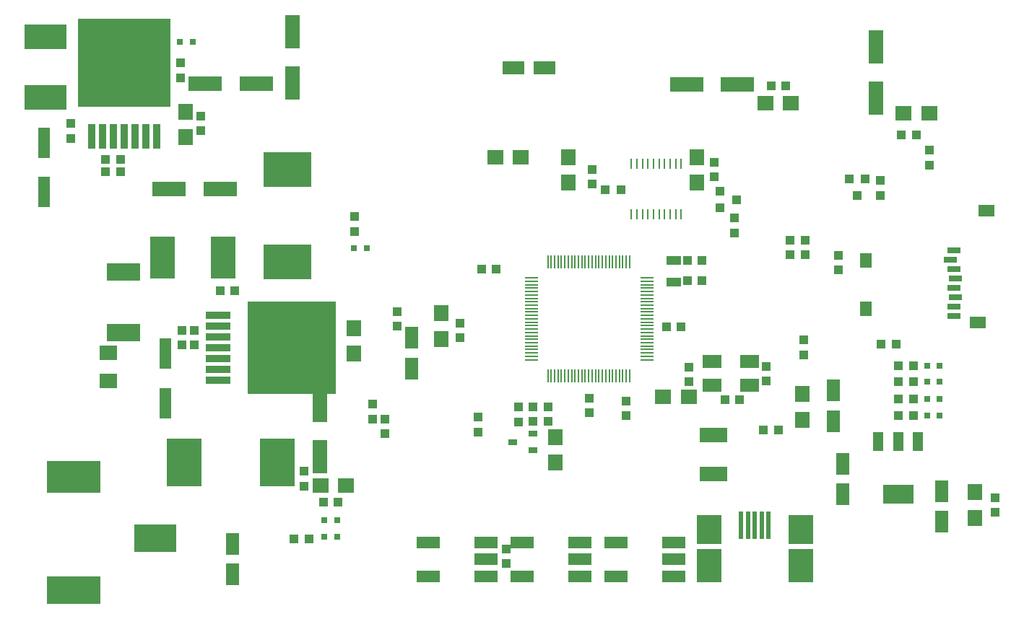
<source format=gtp>
G75*
G70*
%OFA0B0*%
%FSLAX24Y24*%
%IPPOS*%
%LPD*%
%AMOC8*
5,1,8,0,0,1.08239X$1,22.5*
%
%ADD10R,0.0709X0.0394*%
%ADD11R,0.0866X0.0630*%
%ADD12R,0.0315X0.0315*%
%ADD13R,0.0394X0.0394*%
%ADD14R,0.1083X0.0551*%
%ADD15R,0.0591X0.0079*%
%ADD16R,0.0079X0.0591*%
%ADD17R,0.1181X0.0358*%
%ADD18R,0.4098X0.4252*%
%ADD19R,0.0358X0.1181*%
%ADD20R,0.4252X0.4098*%
%ADD21R,0.0433X0.0433*%
%ADD22R,0.0748X0.0709*%
%ADD23R,0.1181X0.1969*%
%ADD24R,0.1969X0.1181*%
%ADD25R,0.0709X0.1575*%
%ADD26R,0.1575X0.0709*%
%ADD27R,0.1969X0.1299*%
%ADD28R,0.2500X0.1500*%
%ADD29R,0.2500X0.1299*%
%ADD30R,0.0709X0.0748*%
%ADD31R,0.1614X0.2205*%
%ADD32R,0.2205X0.1614*%
%ADD33R,0.0480X0.0880*%
%ADD34R,0.1417X0.0866*%
%ADD35R,0.0630X0.1024*%
%ADD36R,0.0787X0.0709*%
%ADD37R,0.1260X0.0669*%
%ADD38R,0.1575X0.0787*%
%ADD39R,0.0551X0.1437*%
%ADD40R,0.1181X0.1575*%
%ADD41R,0.1181X0.1378*%
%ADD42R,0.0197X0.1280*%
%ADD43R,0.0394X0.0276*%
%ADD44R,0.0098X0.0500*%
%ADD45R,0.1024X0.0630*%
%ADD46R,0.0551X0.0709*%
%ADD47R,0.0748X0.0551*%
%ADD48R,0.0591X0.0315*%
D10*
X030638Y015294D03*
X030638Y016278D03*
D11*
X032394Y011628D03*
X034127Y011628D03*
X034127Y010526D03*
X032394Y010526D03*
D12*
X042312Y010671D03*
X042902Y010671D03*
X042902Y011420D03*
X042312Y011420D03*
X042312Y009884D03*
X042902Y009884D03*
X042906Y009116D03*
X042316Y009116D03*
X016461Y016849D03*
X015871Y016849D03*
X008414Y026368D03*
X007823Y026368D03*
X014504Y004286D03*
X015094Y004286D03*
X015099Y003510D03*
X014509Y003510D03*
D13*
X013795Y003414D03*
X013086Y003414D03*
X013552Y005845D03*
X013552Y006553D03*
X016733Y008935D03*
X016733Y009644D03*
X021595Y009042D03*
X021595Y008333D03*
X023477Y008805D03*
X023477Y009514D03*
X034745Y008447D03*
X035453Y008447D03*
X040989Y009097D03*
X041697Y009097D03*
X041694Y009884D03*
X040985Y009884D03*
X040989Y010671D03*
X041697Y010671D03*
X041701Y011420D03*
X040993Y011420D03*
X040890Y012404D03*
X040182Y012404D03*
X036631Y012620D03*
X036631Y011912D03*
X036701Y016530D03*
X035993Y016530D03*
X035993Y017203D03*
X036701Y017203D03*
X033442Y017542D03*
X033442Y018250D03*
X032757Y018719D03*
X033544Y019093D03*
X032757Y019467D03*
X028178Y019549D03*
X027469Y019549D03*
X038725Y020049D03*
X039473Y020049D03*
X040162Y019979D03*
X040162Y019270D03*
X039099Y019262D03*
X042438Y020682D03*
X042438Y021391D03*
X015879Y018317D03*
X015879Y017609D03*
X007871Y024711D03*
X007871Y025420D03*
D14*
X019306Y003254D03*
X021963Y003254D03*
X021963Y002467D03*
X021963Y001679D03*
X023636Y001675D03*
X026294Y001675D03*
X026294Y002463D03*
X026294Y003250D03*
X027967Y003258D03*
X027967Y001683D03*
X030625Y001683D03*
X030625Y002471D03*
X030625Y003258D03*
X023636Y003250D03*
X019306Y001679D03*
D15*
X024064Y011691D03*
X024064Y011849D03*
X024064Y012006D03*
X024064Y012164D03*
X024064Y012321D03*
X024064Y012479D03*
X024064Y012636D03*
X024064Y012794D03*
X024064Y012951D03*
X024064Y013109D03*
X024064Y013266D03*
X024064Y013423D03*
X024064Y013581D03*
X024064Y013738D03*
X024064Y013896D03*
X024064Y014053D03*
X024064Y014211D03*
X024064Y014368D03*
X024064Y014526D03*
X024064Y014683D03*
X024064Y014841D03*
X024064Y014998D03*
X024064Y015156D03*
X024064Y015313D03*
X024064Y015471D03*
X029398Y015471D03*
X029398Y015313D03*
X029398Y015156D03*
X029398Y014998D03*
X029398Y014841D03*
X029398Y014683D03*
X029398Y014526D03*
X029398Y014368D03*
X029398Y014211D03*
X029398Y014053D03*
X029398Y013896D03*
X029398Y013738D03*
X029398Y013581D03*
X029398Y013423D03*
X029398Y013266D03*
X029398Y013109D03*
X029398Y012951D03*
X029398Y012794D03*
X029398Y012636D03*
X029398Y012479D03*
X029398Y012321D03*
X029398Y012164D03*
X029398Y012006D03*
X029398Y011849D03*
X029398Y011691D03*
D16*
X028591Y010943D03*
X028434Y010943D03*
X028276Y010943D03*
X028119Y010943D03*
X027961Y010943D03*
X027804Y010943D03*
X027646Y010943D03*
X027489Y010943D03*
X027331Y010943D03*
X027174Y010943D03*
X027016Y010943D03*
X026859Y010943D03*
X026701Y010943D03*
X026544Y010943D03*
X026386Y010943D03*
X026229Y010943D03*
X026071Y010943D03*
X025914Y010943D03*
X025757Y010943D03*
X025599Y010943D03*
X025442Y010943D03*
X025284Y010943D03*
X025127Y010943D03*
X024969Y010943D03*
X024812Y010943D03*
X024812Y016219D03*
X024969Y016219D03*
X025127Y016219D03*
X025284Y016219D03*
X025442Y016219D03*
X025599Y016219D03*
X025757Y016219D03*
X025914Y016219D03*
X026071Y016219D03*
X026229Y016219D03*
X026386Y016219D03*
X026544Y016219D03*
X026701Y016219D03*
X026859Y016219D03*
X027016Y016219D03*
X027174Y016219D03*
X027331Y016219D03*
X027489Y016219D03*
X027646Y016219D03*
X027804Y016219D03*
X027961Y016219D03*
X028119Y016219D03*
X028276Y016219D03*
X028434Y016219D03*
X028591Y016219D03*
D17*
X009591Y013738D03*
X009591Y013238D03*
X009591Y012738D03*
X009591Y012238D03*
X009591Y011738D03*
X009591Y011238D03*
X009591Y010738D03*
D18*
X012985Y012238D03*
D19*
X006749Y022002D03*
X006249Y022002D03*
X005749Y022002D03*
X005249Y022002D03*
X004749Y022002D03*
X004249Y022002D03*
X003749Y022002D03*
D20*
X005249Y025396D03*
D21*
X008796Y022943D03*
X008796Y022274D03*
X005079Y020951D03*
X004410Y020951D03*
X004410Y020368D03*
X005079Y020368D03*
X002788Y021927D03*
X002788Y022597D03*
X009678Y014872D03*
X010347Y014872D03*
X008485Y013053D03*
X007914Y013049D03*
X007914Y012380D03*
X008485Y012384D03*
X017296Y008947D03*
X017296Y008278D03*
X015123Y005105D03*
X014453Y005105D03*
X022879Y002955D03*
X022879Y002286D03*
X024142Y008829D03*
X024823Y008829D03*
X024823Y009498D03*
X024142Y009498D03*
X026725Y009250D03*
X026725Y009920D03*
X028426Y009790D03*
X028426Y009120D03*
X031316Y010671D03*
X031316Y011341D03*
X032989Y009845D03*
X033658Y009845D03*
X034886Y010719D03*
X034886Y011388D03*
X030977Y013227D03*
X030308Y013227D03*
X031260Y015345D03*
X031930Y015345D03*
X031930Y016266D03*
X031260Y016266D03*
X026847Y019813D03*
X026847Y020483D03*
X032505Y020805D03*
X032505Y020136D03*
X038221Y016506D03*
X038221Y015837D03*
X041142Y022085D03*
X041812Y022085D03*
X035788Y024337D03*
X035119Y024337D03*
X022430Y015884D03*
X021760Y015884D03*
X017859Y013904D03*
X017859Y013234D03*
X020757Y013372D03*
X020757Y012703D03*
X045457Y005321D03*
X045457Y004652D03*
D22*
X031320Y009986D03*
X030138Y009986D03*
X015505Y005892D03*
X014323Y005892D03*
X022383Y021053D03*
X023564Y021053D03*
X034847Y023553D03*
X036028Y023553D03*
X041237Y023065D03*
X042418Y023065D03*
D23*
X009831Y016408D03*
X007040Y016408D03*
D24*
X001638Y023817D03*
X001638Y026609D03*
D25*
X013032Y026837D03*
X013032Y024475D03*
X014308Y009569D03*
X014308Y007207D03*
X039973Y023778D03*
X039973Y026140D03*
D26*
X033575Y024427D03*
X031213Y024427D03*
X011355Y024459D03*
X008993Y024459D03*
X009682Y019585D03*
X007320Y019585D03*
D27*
X006697Y003443D03*
D28*
X002918Y006274D03*
D29*
X002918Y001042D03*
D30*
X015867Y011963D03*
X015867Y013144D03*
X019886Y012648D03*
X019886Y013829D03*
X025150Y008128D03*
X025150Y006947D03*
X036564Y008927D03*
X036564Y010109D03*
X044532Y005573D03*
X044532Y004392D03*
X031694Y019880D03*
X031694Y021061D03*
X025753Y021057D03*
X025753Y019876D03*
X008087Y021971D03*
X008087Y023152D03*
D31*
X008020Y006935D03*
X012312Y006935D03*
D32*
X012792Y016203D03*
X012792Y020494D03*
D33*
X040071Y007919D03*
X040981Y007919D03*
X041891Y007919D03*
D34*
X040981Y005479D03*
D35*
X042985Y005616D03*
X042985Y004199D03*
X038426Y005471D03*
X038426Y006888D03*
X038009Y008857D03*
X038009Y010274D03*
X018540Y011278D03*
X018540Y012695D03*
X010272Y003179D03*
X010272Y001762D03*
D36*
X004512Y010723D03*
X004512Y012022D03*
D37*
X032457Y008199D03*
X032457Y006427D03*
D38*
X005225Y012931D03*
X005225Y015731D03*
D39*
X001560Y019439D03*
X001560Y021723D03*
X007154Y011963D03*
X007154Y009679D03*
D40*
X032245Y002178D03*
X036497Y002178D03*
D41*
X036497Y003851D03*
X032245Y003851D03*
D42*
X033741Y004048D03*
X034056Y004048D03*
X034371Y004048D03*
X034686Y004048D03*
X035001Y004048D03*
D43*
X024127Y007514D03*
X023182Y007888D03*
X024127Y008262D03*
D44*
X028672Y018412D03*
X028928Y018412D03*
X029184Y018412D03*
X029440Y018412D03*
X029696Y018412D03*
X029951Y018412D03*
X030207Y018412D03*
X030463Y018412D03*
X030719Y018412D03*
X030975Y018412D03*
X030975Y020736D03*
X030719Y020736D03*
X030463Y020736D03*
X030207Y020736D03*
X029951Y020736D03*
X029696Y020736D03*
X029440Y020736D03*
X029184Y020736D03*
X028928Y020736D03*
X028672Y020736D03*
D45*
X024650Y025168D03*
X023233Y025168D03*
D46*
X039493Y016290D03*
X039493Y014046D03*
D47*
X044670Y013416D03*
X045064Y018593D03*
D48*
X043548Y016758D03*
X043390Y016325D03*
X043548Y015892D03*
X043627Y015459D03*
X043548Y015026D03*
X043627Y014593D03*
X043548Y014160D03*
X043548Y013727D03*
M02*

</source>
